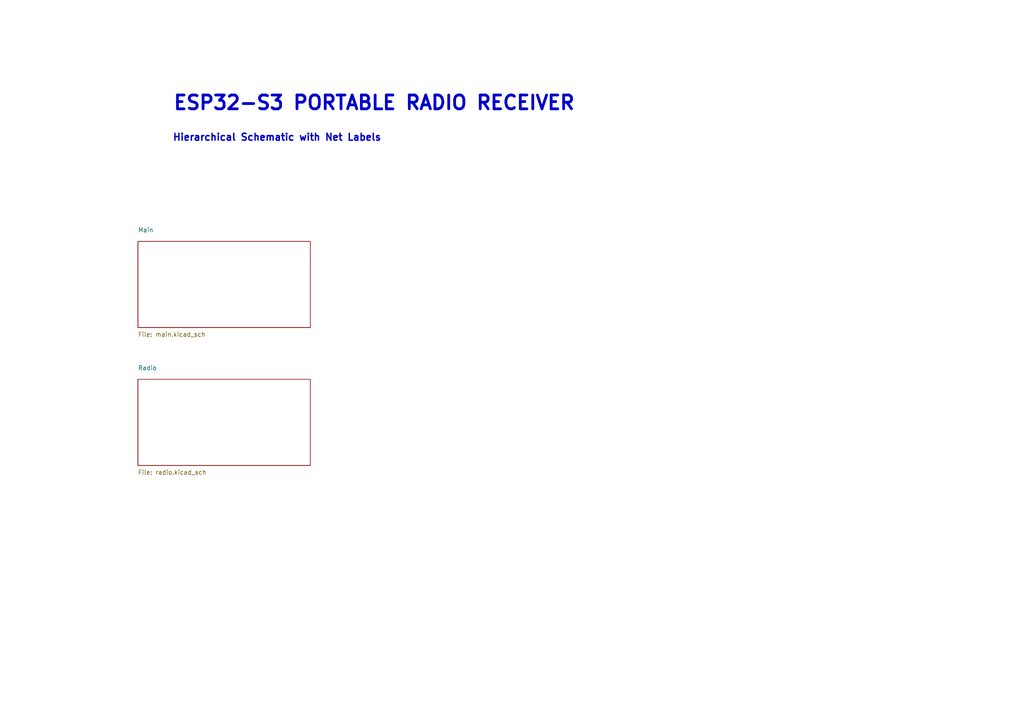
<source format=kicad_sch>
(kicad_sch (version 20231120) (generator "python_generator_v3")
  (uuid "ee3c9d7e-a485-4fc1-a621-56921308f4ee")
  (paper "A4")
  (title_block
    (title "ESP32-S3 Radio Receiver - Root")
    (date "2025-12-16 12:43:27")
    (rev "3.0")
    (company "Generated with JLCPCB symbols + net labels")
  )
  (lib_symbols)

  (text "ESP32-S3 PORTABLE RADIO RECEIVER" (at 50.00 30.00 0)
    (effects (font (size 4 4) bold) (justify left))
    (uuid "701db657-31d2-4444-b2bb-818a823cbe25")
  )
  (text "Hierarchical Schematic with Net Labels" (at 50.00 40.00 0)
    (effects (font (size 2 2) bold) (justify left))
    (uuid "e8841bc2-256c-49d7-8be4-d8156bee0a17")
  )
  (sheet (at 40.00 70.00) (size 50.00 25.00)
    (fields_autoplaced yes)
    (stroke (width 0.1524) (type solid))
    (fill (color 0 0 0 0.0000))
    (uuid "c357a56b-adb9-4614-81ca-ea16bc28389e")
    (property "Sheetname" "Main" (at 40.00 67.46 0)
      (effects (font (size 1.27 1.27)) (justify left bottom))
    )
    (property "Sheetfile" "main.kicad_sch" (at 40.00 96.27 0)
      (effects (font (size 1.27 1.27)) (justify left top))
    )
  )
  (sheet (at 40.00 110.00) (size 50.00 25.00)
    (fields_autoplaced yes)
    (stroke (width 0.1524) (type solid))
    (fill (color 0 0 0 0.0000))
    (uuid "9a19ba04-0f64-469d-b178-219fe9ae69de")
    (property "Sheetname" "Radio" (at 40.00 107.46 0)
      (effects (font (size 1.27 1.27)) (justify left bottom))
    )
    (property "Sheetfile" "radio.kicad_sch" (at 40.00 136.27 0)
      (effects (font (size 1.27 1.27)) (justify left top))
    )
  )
  (sheet_instances
    (path "/" (page "1"))
  )
)

</source>
